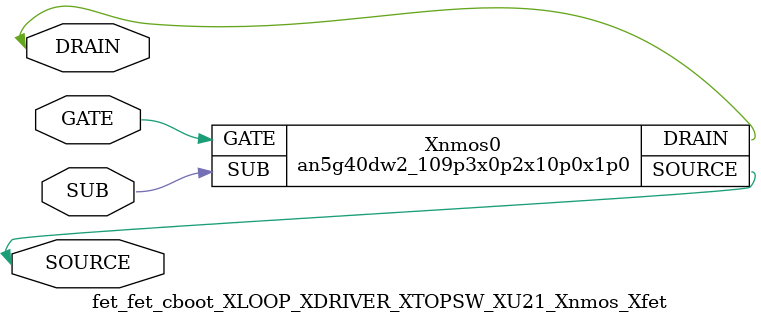
<source format=v>

module an5g40dw2_109p3x0p2x10p0x1p0 (DRAIN,GATE,SOURCE,SUB);
input GATE;
input SUB;
inout SOURCE;
inout DRAIN;
endmodule

//Celera Confidential Do Not Copy fet_fet_cboot_XLOOP_XDRIVER_XTOPSW_XU21_Xnmos_Xfet
//Celera Confidential Symbol Generator
//power NMOS:Ron:10.000 Ohm
//Vgs 6V Vds 40V
//Kelvin:no

module fet_fet_cboot_XLOOP_XDRIVER_XTOPSW_XU21_Xnmos_Xfet (GATE,SOURCE,DRAIN,SUB);
input GATE;
inout SOURCE;
inout DRAIN;
input SUB;

//Celera Confidential Do Not Copy an5g40dw2_109p3x0p2x10p0x1p0
an5g40dw2_109p3x0p2x10p0x1p0 Xnmos0(
.DRAIN (DRAIN),
.GATE (GATE),
.SOURCE (SOURCE),
.SUB (SUB)
);
//,diesize,an5g40dw2_109p3x0p2x10p0x1p0

//Celera Confidential Do Not Copy Module End
//Celera Schematic Generator
endmodule

</source>
